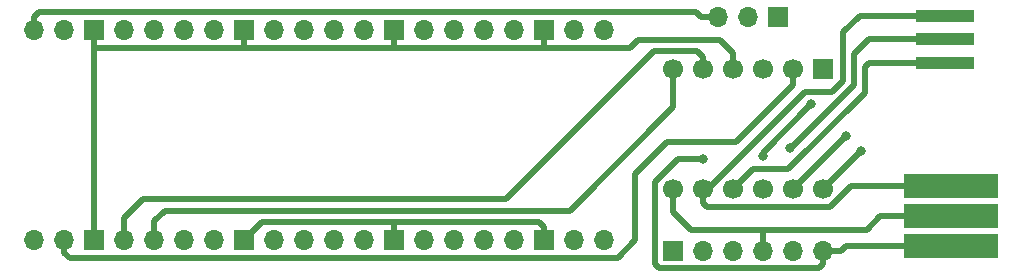
<source format=gbl>
G04 #@! TF.GenerationSoftware,KiCad,Pcbnew,7.0.5*
G04 #@! TF.CreationDate,2023-06-08T07:07:18+09:00*
G04 #@! TF.ProjectId,game-boy-pico-link-board,67616d65-2d62-46f7-992d-7069636f2d6c,rev?*
G04 #@! TF.SameCoordinates,Original*
G04 #@! TF.FileFunction,Copper,L2,Bot*
G04 #@! TF.FilePolarity,Positive*
%FSLAX46Y46*%
G04 Gerber Fmt 4.6, Leading zero omitted, Abs format (unit mm)*
G04 Created by KiCad (PCBNEW 7.0.5) date 2023-06-08 07:07:18*
%MOMM*%
%LPD*%
G01*
G04 APERTURE LIST*
G04 #@! TA.AperFunction,ComponentPad*
%ADD10R,1.700000X1.700000*%
G04 #@! TD*
G04 #@! TA.AperFunction,ComponentPad*
%ADD11C,1.700000*%
G04 #@! TD*
G04 #@! TA.AperFunction,ComponentPad*
%ADD12O,1.700000X1.700000*%
G04 #@! TD*
G04 #@! TA.AperFunction,ConnectorPad*
%ADD13R,8.000000X2.000000*%
G04 #@! TD*
G04 #@! TA.AperFunction,ConnectorPad*
%ADD14R,5.000000X1.000000*%
G04 #@! TD*
G04 #@! TA.AperFunction,ViaPad*
%ADD15C,0.800000*%
G04 #@! TD*
G04 #@! TA.AperFunction,Conductor*
%ADD16C,0.500000*%
G04 #@! TD*
G04 APERTURE END LIST*
D10*
X139670000Y-90298000D03*
D11*
X137130000Y-90298000D03*
X134590000Y-90298000D03*
X132050000Y-90298000D03*
X129510000Y-90298000D03*
X126970000Y-90298000D03*
X139670000Y-100458000D03*
X137130000Y-100458000D03*
X134590000Y-100458000D03*
X132050000Y-100458000D03*
X129510000Y-100458000D03*
X126970000Y-100458000D03*
D10*
X135890000Y-85852000D03*
D12*
X133350000Y-85852000D03*
X130810000Y-85852000D03*
D10*
X127000000Y-105664000D03*
D12*
X129540000Y-105664000D03*
X132080000Y-105664000D03*
X134620000Y-105664000D03*
X137160000Y-105664000D03*
X139700000Y-105664000D03*
X72900000Y-86995000D03*
X75440000Y-86995000D03*
D10*
X77980000Y-86995000D03*
D12*
X80520000Y-86995000D03*
X83060000Y-86995000D03*
X85600000Y-86995000D03*
X88140000Y-86995000D03*
D10*
X90680000Y-86995000D03*
D12*
X93220000Y-86995000D03*
X95760000Y-86995000D03*
X98300000Y-86995000D03*
X100840000Y-86995000D03*
D10*
X103380000Y-86995000D03*
D12*
X105920000Y-86995000D03*
X108460000Y-86995000D03*
X111000000Y-86995000D03*
X113540000Y-86995000D03*
D10*
X116080000Y-86995000D03*
D12*
X118620000Y-86995000D03*
X121160000Y-86995000D03*
X121160000Y-104775000D03*
X118620000Y-104775000D03*
D10*
X116080000Y-104775000D03*
D12*
X113540000Y-104775000D03*
X111000000Y-104775000D03*
X108460000Y-104775000D03*
X105920000Y-104775000D03*
D10*
X103380000Y-104775000D03*
D12*
X100840000Y-104775000D03*
X98300000Y-104775000D03*
X95760000Y-104775000D03*
X93220000Y-104775000D03*
D10*
X90680000Y-104775000D03*
D12*
X88140000Y-104775000D03*
X85600000Y-104775000D03*
X83060000Y-104775000D03*
X80520000Y-104775000D03*
D10*
X77980000Y-104775000D03*
D12*
X75440000Y-104775000D03*
X72900000Y-104775000D03*
D13*
X150510000Y-100175000D03*
X150510000Y-102775000D03*
X150510000Y-105275000D03*
D14*
X149960000Y-85775000D03*
X149960000Y-87775000D03*
X149960000Y-89775000D03*
D15*
X134590000Y-97681300D03*
X138669400Y-93291500D03*
X129500000Y-97900000D03*
X142864000Y-97264000D03*
X136900000Y-97000000D03*
X141644000Y-95944000D03*
D16*
X130907500Y-87807500D02*
X132050000Y-88950000D01*
X123992500Y-87807500D02*
X130907500Y-87807500D01*
X123303100Y-88496900D02*
X123992500Y-87807500D01*
X116081500Y-88496900D02*
X123303100Y-88496900D01*
X132050000Y-88950000D02*
X132050000Y-90298000D01*
X116080000Y-88495400D02*
X116081500Y-88496900D01*
X128935000Y-85478900D02*
X129308100Y-85852000D01*
X73271100Y-85478900D02*
X128935000Y-85478900D01*
X72900000Y-85850000D02*
X73271100Y-85478900D01*
X129308100Y-85852000D02*
X130810000Y-85852000D01*
X72900000Y-86995000D02*
X72900000Y-85850000D01*
X126970000Y-93530000D02*
X126970000Y-90298000D01*
X118225500Y-102274500D02*
X126970000Y-93530000D01*
X83060000Y-103150000D02*
X83935500Y-102274500D01*
X83935500Y-102274500D02*
X118225500Y-102274500D01*
X83060000Y-104775000D02*
X83060000Y-103150000D01*
X80520000Y-102870000D02*
X80520000Y-104775000D01*
X82086800Y-101303200D02*
X80520000Y-102870000D01*
X112796800Y-101303200D02*
X82086800Y-101303200D01*
X125321800Y-88778200D02*
X112796800Y-101303200D01*
X129510000Y-90298000D02*
X129510000Y-89310000D01*
X129510000Y-89310000D02*
X128978200Y-88778200D01*
X128978200Y-88778200D02*
X125321800Y-88778200D01*
X137130000Y-91670000D02*
X137130000Y-90298000D01*
X132300000Y-96500000D02*
X137130000Y-91670000D01*
X123790000Y-99210000D02*
X126500000Y-96500000D01*
X122273100Y-106276900D02*
X123790000Y-104760000D01*
X75876900Y-106276900D02*
X122273100Y-106276900D01*
X75440000Y-105840000D02*
X75876900Y-106276900D01*
X123790000Y-104760000D02*
X123790000Y-99210000D01*
X126500000Y-96500000D02*
X132300000Y-96500000D01*
X75440000Y-104775000D02*
X75440000Y-105840000D01*
X115645000Y-103275000D02*
X103381900Y-103275000D01*
X116080000Y-103710000D02*
X115645000Y-103275000D01*
X116080000Y-104775000D02*
X116080000Y-103710000D01*
X92180000Y-103275000D02*
X103381900Y-103275000D01*
X90680000Y-104775000D02*
X92180000Y-103275000D01*
X103381900Y-103275000D02*
X103380000Y-103276900D01*
X103380000Y-103276900D02*
X103380000Y-104775000D01*
X90680000Y-88496900D02*
X103380000Y-88496900D01*
X90680000Y-88496900D02*
X90680000Y-86995000D01*
X77980000Y-88496900D02*
X90680000Y-88496900D01*
X143525000Y-87775000D02*
X149960000Y-87775000D01*
X142300000Y-89000000D02*
X143525000Y-87775000D01*
X136942400Y-97000000D02*
X142300000Y-91642400D01*
X142300000Y-91642400D02*
X142300000Y-89000000D01*
X136900000Y-97000000D02*
X136942400Y-97000000D01*
X139325300Y-107174700D02*
X139700000Y-106800000D01*
X125806300Y-107174700D02*
X139325300Y-107174700D01*
X125437800Y-106806200D02*
X125806300Y-107174700D01*
X125437800Y-99857100D02*
X125437800Y-106806200D01*
X139700000Y-106800000D02*
X139700000Y-105664000D01*
X129500000Y-97900000D02*
X127394900Y-97900000D01*
X127394900Y-97900000D02*
X125437800Y-99857100D01*
X140466608Y-92203000D02*
X141400000Y-91269608D01*
X130037500Y-100325700D02*
X138160200Y-92203000D01*
X130037500Y-100458000D02*
X129510000Y-100458000D01*
X130037500Y-100458000D02*
X130037500Y-100325700D01*
X142825000Y-85775000D02*
X149960000Y-85775000D01*
X141400000Y-91269608D02*
X141400000Y-87200000D01*
X138160200Y-92203000D02*
X140466608Y-92203000D01*
X141400000Y-87200000D02*
X142825000Y-85775000D01*
X129510000Y-101610000D02*
X129510000Y-100458000D01*
X140267400Y-101984600D02*
X129884600Y-101984600D01*
X142077000Y-100175000D02*
X140267400Y-101984600D01*
X150510000Y-100175000D02*
X142077000Y-100175000D01*
X129884600Y-101984600D02*
X129510000Y-101610000D01*
X128511600Y-103911600D02*
X134620000Y-103911600D01*
X126970000Y-102370000D02*
X128511600Y-103911600D01*
X126970000Y-100458000D02*
X126970000Y-102370000D01*
X150510000Y-105275000D02*
X141590900Y-105275000D01*
X141590900Y-105275000D02*
X141201900Y-105664000D01*
X139700000Y-105664000D02*
X141201900Y-105664000D01*
X143388400Y-103911600D02*
X144525000Y-102775000D01*
X134620000Y-103911600D02*
X143388400Y-103911600D01*
X144525000Y-102775000D02*
X150510000Y-102775000D01*
X143525000Y-89775000D02*
X149960000Y-89775000D01*
X143200000Y-90100000D02*
X143525000Y-89775000D01*
X136737400Y-98792100D02*
X143200000Y-92329500D01*
X143200000Y-92329500D02*
X143200000Y-90100000D01*
X133715900Y-98792100D02*
X136737400Y-98792100D01*
X132050000Y-100458000D02*
X133715900Y-98792100D01*
X142864000Y-97264000D02*
X139670000Y-100458000D01*
X141644000Y-95944000D02*
X137130000Y-100458000D01*
X77980000Y-104775000D02*
X77980000Y-103273100D01*
X77980000Y-86995000D02*
X77980000Y-88496900D01*
X77980000Y-88496900D02*
X77980000Y-103273100D01*
X116080000Y-88411700D02*
X116080000Y-88495400D01*
X116080000Y-86995000D02*
X116080000Y-88411700D01*
X116078500Y-88496900D02*
X116080000Y-88495400D01*
X103380000Y-88496900D02*
X116078500Y-88496900D01*
X103380000Y-86995000D02*
X103380000Y-88496900D01*
X134590000Y-97370900D02*
X134590000Y-97681300D01*
X138669400Y-93291500D02*
X134590000Y-97370900D01*
X134620000Y-105664000D02*
X134620000Y-104162100D01*
X134620000Y-103911600D02*
X134620000Y-104162100D01*
M02*

</source>
